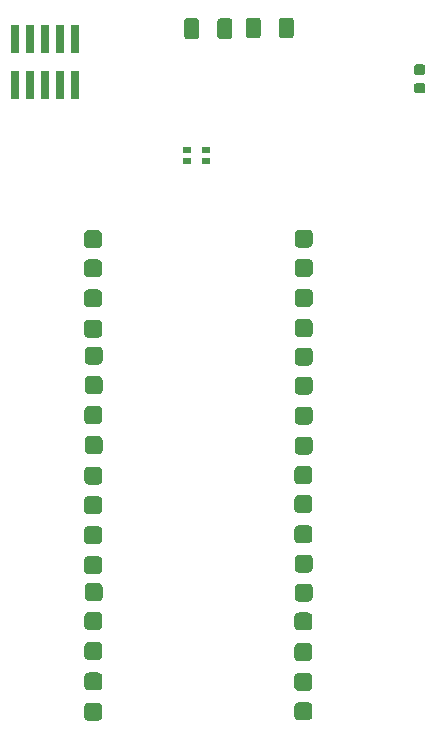
<source format=gbr>
G04 #@! TF.GenerationSoftware,KiCad,Pcbnew,(5.1.5-rc2)*
G04 #@! TF.CreationDate,2020-01-23T16:56:21-08:00*
G04 #@! TF.ProjectId,fpgb,66706762-2e6b-4696-9361-645f70636258,0.1*
G04 #@! TF.SameCoordinates,Original*
G04 #@! TF.FileFunction,Paste,Top*
G04 #@! TF.FilePolarity,Positive*
%FSLAX46Y46*%
G04 Gerber Fmt 4.6, Leading zero omitted, Abs format (unit mm)*
G04 Created by KiCad (PCBNEW (5.1.5-rc2)) date 2020-01-23 16:56:21*
%MOMM*%
%LPD*%
G04 APERTURE LIST*
%ADD10R,0.800000X0.500000*%
%ADD11C,0.100000*%
%ADD12R,0.740000X2.400000*%
G04 APERTURE END LIST*
D10*
X118059200Y-58806500D03*
X118072000Y-57906500D03*
X119672000Y-58806500D03*
X119672000Y-57906500D03*
D11*
G36*
X128358145Y-104649835D02*
G01*
X128395129Y-104655321D01*
X128431398Y-104664406D01*
X128466602Y-104677002D01*
X128500402Y-104692988D01*
X128532472Y-104712210D01*
X128562504Y-104734483D01*
X128590208Y-104759592D01*
X128615317Y-104787296D01*
X128637590Y-104817328D01*
X128656812Y-104849398D01*
X128672798Y-104883198D01*
X128685394Y-104918402D01*
X128694479Y-104954671D01*
X128699965Y-104991655D01*
X128701800Y-105029000D01*
X128701800Y-105791000D01*
X128699965Y-105828345D01*
X128694479Y-105865329D01*
X128685394Y-105901598D01*
X128672798Y-105936802D01*
X128656812Y-105970602D01*
X128637590Y-106002672D01*
X128615317Y-106032704D01*
X128590208Y-106060408D01*
X128562504Y-106085517D01*
X128532472Y-106107790D01*
X128500402Y-106127012D01*
X128466602Y-106142998D01*
X128431398Y-106155594D01*
X128395129Y-106164679D01*
X128358145Y-106170165D01*
X128320800Y-106172000D01*
X127558800Y-106172000D01*
X127521455Y-106170165D01*
X127484471Y-106164679D01*
X127448202Y-106155594D01*
X127412998Y-106142998D01*
X127379198Y-106127012D01*
X127347128Y-106107790D01*
X127317096Y-106085517D01*
X127289392Y-106060408D01*
X127264283Y-106032704D01*
X127242010Y-106002672D01*
X127222788Y-105970602D01*
X127206802Y-105936802D01*
X127194206Y-105901598D01*
X127185121Y-105865329D01*
X127179635Y-105828345D01*
X127177800Y-105791000D01*
X127177800Y-105029000D01*
X127179635Y-104991655D01*
X127185121Y-104954671D01*
X127194206Y-104918402D01*
X127206802Y-104883198D01*
X127222788Y-104849398D01*
X127242010Y-104817328D01*
X127264283Y-104787296D01*
X127289392Y-104759592D01*
X127317096Y-104734483D01*
X127347128Y-104712210D01*
X127379198Y-104692988D01*
X127412998Y-104677002D01*
X127448202Y-104664406D01*
X127484471Y-104655321D01*
X127521455Y-104649835D01*
X127558800Y-104648000D01*
X128320800Y-104648000D01*
X128358145Y-104649835D01*
G37*
G36*
X128358145Y-102160635D02*
G01*
X128395129Y-102166121D01*
X128431398Y-102175206D01*
X128466602Y-102187802D01*
X128500402Y-102203788D01*
X128532472Y-102223010D01*
X128562504Y-102245283D01*
X128590208Y-102270392D01*
X128615317Y-102298096D01*
X128637590Y-102328128D01*
X128656812Y-102360198D01*
X128672798Y-102393998D01*
X128685394Y-102429202D01*
X128694479Y-102465471D01*
X128699965Y-102502455D01*
X128701800Y-102539800D01*
X128701800Y-103301800D01*
X128699965Y-103339145D01*
X128694479Y-103376129D01*
X128685394Y-103412398D01*
X128672798Y-103447602D01*
X128656812Y-103481402D01*
X128637590Y-103513472D01*
X128615317Y-103543504D01*
X128590208Y-103571208D01*
X128562504Y-103596317D01*
X128532472Y-103618590D01*
X128500402Y-103637812D01*
X128466602Y-103653798D01*
X128431398Y-103666394D01*
X128395129Y-103675479D01*
X128358145Y-103680965D01*
X128320800Y-103682800D01*
X127558800Y-103682800D01*
X127521455Y-103680965D01*
X127484471Y-103675479D01*
X127448202Y-103666394D01*
X127412998Y-103653798D01*
X127379198Y-103637812D01*
X127347128Y-103618590D01*
X127317096Y-103596317D01*
X127289392Y-103571208D01*
X127264283Y-103543504D01*
X127242010Y-103513472D01*
X127222788Y-103481402D01*
X127206802Y-103447602D01*
X127194206Y-103412398D01*
X127185121Y-103376129D01*
X127179635Y-103339145D01*
X127177800Y-103301800D01*
X127177800Y-102539800D01*
X127179635Y-102502455D01*
X127185121Y-102465471D01*
X127194206Y-102429202D01*
X127206802Y-102393998D01*
X127222788Y-102360198D01*
X127242010Y-102328128D01*
X127264283Y-102298096D01*
X127289392Y-102270392D01*
X127317096Y-102245283D01*
X127347128Y-102223010D01*
X127379198Y-102203788D01*
X127412998Y-102187802D01*
X127448202Y-102175206D01*
X127484471Y-102166121D01*
X127521455Y-102160635D01*
X127558800Y-102158800D01*
X128320800Y-102158800D01*
X128358145Y-102160635D01*
G37*
G36*
X128358145Y-99646035D02*
G01*
X128395129Y-99651521D01*
X128431398Y-99660606D01*
X128466602Y-99673202D01*
X128500402Y-99689188D01*
X128532472Y-99708410D01*
X128562504Y-99730683D01*
X128590208Y-99755792D01*
X128615317Y-99783496D01*
X128637590Y-99813528D01*
X128656812Y-99845598D01*
X128672798Y-99879398D01*
X128685394Y-99914602D01*
X128694479Y-99950871D01*
X128699965Y-99987855D01*
X128701800Y-100025200D01*
X128701800Y-100787200D01*
X128699965Y-100824545D01*
X128694479Y-100861529D01*
X128685394Y-100897798D01*
X128672798Y-100933002D01*
X128656812Y-100966802D01*
X128637590Y-100998872D01*
X128615317Y-101028904D01*
X128590208Y-101056608D01*
X128562504Y-101081717D01*
X128532472Y-101103990D01*
X128500402Y-101123212D01*
X128466602Y-101139198D01*
X128431398Y-101151794D01*
X128395129Y-101160879D01*
X128358145Y-101166365D01*
X128320800Y-101168200D01*
X127558800Y-101168200D01*
X127521455Y-101166365D01*
X127484471Y-101160879D01*
X127448202Y-101151794D01*
X127412998Y-101139198D01*
X127379198Y-101123212D01*
X127347128Y-101103990D01*
X127317096Y-101081717D01*
X127289392Y-101056608D01*
X127264283Y-101028904D01*
X127242010Y-100998872D01*
X127222788Y-100966802D01*
X127206802Y-100933002D01*
X127194206Y-100897798D01*
X127185121Y-100861529D01*
X127179635Y-100824545D01*
X127177800Y-100787200D01*
X127177800Y-100025200D01*
X127179635Y-99987855D01*
X127185121Y-99950871D01*
X127194206Y-99914602D01*
X127206802Y-99879398D01*
X127222788Y-99845598D01*
X127242010Y-99813528D01*
X127264283Y-99783496D01*
X127289392Y-99755792D01*
X127317096Y-99730683D01*
X127347128Y-99708410D01*
X127379198Y-99689188D01*
X127412998Y-99673202D01*
X127448202Y-99660606D01*
X127484471Y-99651521D01*
X127521455Y-99646035D01*
X127558800Y-99644200D01*
X128320800Y-99644200D01*
X128358145Y-99646035D01*
G37*
G36*
X128358145Y-97055235D02*
G01*
X128395129Y-97060721D01*
X128431398Y-97069806D01*
X128466602Y-97082402D01*
X128500402Y-97098388D01*
X128532472Y-97117610D01*
X128562504Y-97139883D01*
X128590208Y-97164992D01*
X128615317Y-97192696D01*
X128637590Y-97222728D01*
X128656812Y-97254798D01*
X128672798Y-97288598D01*
X128685394Y-97323802D01*
X128694479Y-97360071D01*
X128699965Y-97397055D01*
X128701800Y-97434400D01*
X128701800Y-98196400D01*
X128699965Y-98233745D01*
X128694479Y-98270729D01*
X128685394Y-98306998D01*
X128672798Y-98342202D01*
X128656812Y-98376002D01*
X128637590Y-98408072D01*
X128615317Y-98438104D01*
X128590208Y-98465808D01*
X128562504Y-98490917D01*
X128532472Y-98513190D01*
X128500402Y-98532412D01*
X128466602Y-98548398D01*
X128431398Y-98560994D01*
X128395129Y-98570079D01*
X128358145Y-98575565D01*
X128320800Y-98577400D01*
X127558800Y-98577400D01*
X127521455Y-98575565D01*
X127484471Y-98570079D01*
X127448202Y-98560994D01*
X127412998Y-98548398D01*
X127379198Y-98532412D01*
X127347128Y-98513190D01*
X127317096Y-98490917D01*
X127289392Y-98465808D01*
X127264283Y-98438104D01*
X127242010Y-98408072D01*
X127222788Y-98376002D01*
X127206802Y-98342202D01*
X127194206Y-98306998D01*
X127185121Y-98270729D01*
X127179635Y-98233745D01*
X127177800Y-98196400D01*
X127177800Y-97434400D01*
X127179635Y-97397055D01*
X127185121Y-97360071D01*
X127194206Y-97323802D01*
X127206802Y-97288598D01*
X127222788Y-97254798D01*
X127242010Y-97222728D01*
X127264283Y-97192696D01*
X127289392Y-97164992D01*
X127317096Y-97139883D01*
X127347128Y-97117610D01*
X127379198Y-97098388D01*
X127412998Y-97082402D01*
X127448202Y-97069806D01*
X127484471Y-97060721D01*
X127521455Y-97055235D01*
X127558800Y-97053400D01*
X128320800Y-97053400D01*
X128358145Y-97055235D01*
G37*
G36*
X128383545Y-94616835D02*
G01*
X128420529Y-94622321D01*
X128456798Y-94631406D01*
X128492002Y-94644002D01*
X128525802Y-94659988D01*
X128557872Y-94679210D01*
X128587904Y-94701483D01*
X128615608Y-94726592D01*
X128640717Y-94754296D01*
X128662990Y-94784328D01*
X128682212Y-94816398D01*
X128698198Y-94850198D01*
X128710794Y-94885402D01*
X128719879Y-94921671D01*
X128725365Y-94958655D01*
X128727200Y-94996000D01*
X128727200Y-95758000D01*
X128725365Y-95795345D01*
X128719879Y-95832329D01*
X128710794Y-95868598D01*
X128698198Y-95903802D01*
X128682212Y-95937602D01*
X128662990Y-95969672D01*
X128640717Y-95999704D01*
X128615608Y-96027408D01*
X128587904Y-96052517D01*
X128557872Y-96074790D01*
X128525802Y-96094012D01*
X128492002Y-96109998D01*
X128456798Y-96122594D01*
X128420529Y-96131679D01*
X128383545Y-96137165D01*
X128346200Y-96139000D01*
X127584200Y-96139000D01*
X127546855Y-96137165D01*
X127509871Y-96131679D01*
X127473602Y-96122594D01*
X127438398Y-96109998D01*
X127404598Y-96094012D01*
X127372528Y-96074790D01*
X127342496Y-96052517D01*
X127314792Y-96027408D01*
X127289683Y-95999704D01*
X127267410Y-95969672D01*
X127248188Y-95937602D01*
X127232202Y-95903802D01*
X127219606Y-95868598D01*
X127210521Y-95832329D01*
X127205035Y-95795345D01*
X127203200Y-95758000D01*
X127203200Y-94996000D01*
X127205035Y-94958655D01*
X127210521Y-94921671D01*
X127219606Y-94885402D01*
X127232202Y-94850198D01*
X127248188Y-94816398D01*
X127267410Y-94784328D01*
X127289683Y-94754296D01*
X127314792Y-94726592D01*
X127342496Y-94701483D01*
X127372528Y-94679210D01*
X127404598Y-94659988D01*
X127438398Y-94644002D01*
X127473602Y-94631406D01*
X127509871Y-94622321D01*
X127546855Y-94616835D01*
X127584200Y-94615000D01*
X128346200Y-94615000D01*
X128383545Y-94616835D01*
G37*
G36*
X128383545Y-92153035D02*
G01*
X128420529Y-92158521D01*
X128456798Y-92167606D01*
X128492002Y-92180202D01*
X128525802Y-92196188D01*
X128557872Y-92215410D01*
X128587904Y-92237683D01*
X128615608Y-92262792D01*
X128640717Y-92290496D01*
X128662990Y-92320528D01*
X128682212Y-92352598D01*
X128698198Y-92386398D01*
X128710794Y-92421602D01*
X128719879Y-92457871D01*
X128725365Y-92494855D01*
X128727200Y-92532200D01*
X128727200Y-93294200D01*
X128725365Y-93331545D01*
X128719879Y-93368529D01*
X128710794Y-93404798D01*
X128698198Y-93440002D01*
X128682212Y-93473802D01*
X128662990Y-93505872D01*
X128640717Y-93535904D01*
X128615608Y-93563608D01*
X128587904Y-93588717D01*
X128557872Y-93610990D01*
X128525802Y-93630212D01*
X128492002Y-93646198D01*
X128456798Y-93658794D01*
X128420529Y-93667879D01*
X128383545Y-93673365D01*
X128346200Y-93675200D01*
X127584200Y-93675200D01*
X127546855Y-93673365D01*
X127509871Y-93667879D01*
X127473602Y-93658794D01*
X127438398Y-93646198D01*
X127404598Y-93630212D01*
X127372528Y-93610990D01*
X127342496Y-93588717D01*
X127314792Y-93563608D01*
X127289683Y-93535904D01*
X127267410Y-93505872D01*
X127248188Y-93473802D01*
X127232202Y-93440002D01*
X127219606Y-93404798D01*
X127210521Y-93368529D01*
X127205035Y-93331545D01*
X127203200Y-93294200D01*
X127203200Y-92532200D01*
X127205035Y-92494855D01*
X127210521Y-92457871D01*
X127219606Y-92421602D01*
X127232202Y-92386398D01*
X127248188Y-92352598D01*
X127267410Y-92320528D01*
X127289683Y-92290496D01*
X127314792Y-92262792D01*
X127342496Y-92237683D01*
X127372528Y-92215410D01*
X127404598Y-92196188D01*
X127438398Y-92180202D01*
X127473602Y-92167606D01*
X127509871Y-92158521D01*
X127546855Y-92153035D01*
X127584200Y-92151200D01*
X128346200Y-92151200D01*
X128383545Y-92153035D01*
G37*
G36*
X128358145Y-89663835D02*
G01*
X128395129Y-89669321D01*
X128431398Y-89678406D01*
X128466602Y-89691002D01*
X128500402Y-89706988D01*
X128532472Y-89726210D01*
X128562504Y-89748483D01*
X128590208Y-89773592D01*
X128615317Y-89801296D01*
X128637590Y-89831328D01*
X128656812Y-89863398D01*
X128672798Y-89897198D01*
X128685394Y-89932402D01*
X128694479Y-89968671D01*
X128699965Y-90005655D01*
X128701800Y-90043000D01*
X128701800Y-90805000D01*
X128699965Y-90842345D01*
X128694479Y-90879329D01*
X128685394Y-90915598D01*
X128672798Y-90950802D01*
X128656812Y-90984602D01*
X128637590Y-91016672D01*
X128615317Y-91046704D01*
X128590208Y-91074408D01*
X128562504Y-91099517D01*
X128532472Y-91121790D01*
X128500402Y-91141012D01*
X128466602Y-91156998D01*
X128431398Y-91169594D01*
X128395129Y-91178679D01*
X128358145Y-91184165D01*
X128320800Y-91186000D01*
X127558800Y-91186000D01*
X127521455Y-91184165D01*
X127484471Y-91178679D01*
X127448202Y-91169594D01*
X127412998Y-91156998D01*
X127379198Y-91141012D01*
X127347128Y-91121790D01*
X127317096Y-91099517D01*
X127289392Y-91074408D01*
X127264283Y-91046704D01*
X127242010Y-91016672D01*
X127222788Y-90984602D01*
X127206802Y-90950802D01*
X127194206Y-90915598D01*
X127185121Y-90879329D01*
X127179635Y-90842345D01*
X127177800Y-90805000D01*
X127177800Y-90043000D01*
X127179635Y-90005655D01*
X127185121Y-89968671D01*
X127194206Y-89932402D01*
X127206802Y-89897198D01*
X127222788Y-89863398D01*
X127242010Y-89831328D01*
X127264283Y-89801296D01*
X127289392Y-89773592D01*
X127317096Y-89748483D01*
X127347128Y-89726210D01*
X127379198Y-89706988D01*
X127412998Y-89691002D01*
X127448202Y-89678406D01*
X127484471Y-89669321D01*
X127521455Y-89663835D01*
X127558800Y-89662000D01*
X128320800Y-89662000D01*
X128358145Y-89663835D01*
G37*
G36*
X128358145Y-87098435D02*
G01*
X128395129Y-87103921D01*
X128431398Y-87113006D01*
X128466602Y-87125602D01*
X128500402Y-87141588D01*
X128532472Y-87160810D01*
X128562504Y-87183083D01*
X128590208Y-87208192D01*
X128615317Y-87235896D01*
X128637590Y-87265928D01*
X128656812Y-87297998D01*
X128672798Y-87331798D01*
X128685394Y-87367002D01*
X128694479Y-87403271D01*
X128699965Y-87440255D01*
X128701800Y-87477600D01*
X128701800Y-88239600D01*
X128699965Y-88276945D01*
X128694479Y-88313929D01*
X128685394Y-88350198D01*
X128672798Y-88385402D01*
X128656812Y-88419202D01*
X128637590Y-88451272D01*
X128615317Y-88481304D01*
X128590208Y-88509008D01*
X128562504Y-88534117D01*
X128532472Y-88556390D01*
X128500402Y-88575612D01*
X128466602Y-88591598D01*
X128431398Y-88604194D01*
X128395129Y-88613279D01*
X128358145Y-88618765D01*
X128320800Y-88620600D01*
X127558800Y-88620600D01*
X127521455Y-88618765D01*
X127484471Y-88613279D01*
X127448202Y-88604194D01*
X127412998Y-88591598D01*
X127379198Y-88575612D01*
X127347128Y-88556390D01*
X127317096Y-88534117D01*
X127289392Y-88509008D01*
X127264283Y-88481304D01*
X127242010Y-88451272D01*
X127222788Y-88419202D01*
X127206802Y-88385402D01*
X127194206Y-88350198D01*
X127185121Y-88313929D01*
X127179635Y-88276945D01*
X127177800Y-88239600D01*
X127177800Y-87477600D01*
X127179635Y-87440255D01*
X127185121Y-87403271D01*
X127194206Y-87367002D01*
X127206802Y-87331798D01*
X127222788Y-87297998D01*
X127242010Y-87265928D01*
X127264283Y-87235896D01*
X127289392Y-87208192D01*
X127317096Y-87183083D01*
X127347128Y-87160810D01*
X127379198Y-87141588D01*
X127412998Y-87125602D01*
X127448202Y-87113006D01*
X127484471Y-87103921D01*
X127521455Y-87098435D01*
X127558800Y-87096600D01*
X128320800Y-87096600D01*
X128358145Y-87098435D01*
G37*
G36*
X128358145Y-84660035D02*
G01*
X128395129Y-84665521D01*
X128431398Y-84674606D01*
X128466602Y-84687202D01*
X128500402Y-84703188D01*
X128532472Y-84722410D01*
X128562504Y-84744683D01*
X128590208Y-84769792D01*
X128615317Y-84797496D01*
X128637590Y-84827528D01*
X128656812Y-84859598D01*
X128672798Y-84893398D01*
X128685394Y-84928602D01*
X128694479Y-84964871D01*
X128699965Y-85001855D01*
X128701800Y-85039200D01*
X128701800Y-85801200D01*
X128699965Y-85838545D01*
X128694479Y-85875529D01*
X128685394Y-85911798D01*
X128672798Y-85947002D01*
X128656812Y-85980802D01*
X128637590Y-86012872D01*
X128615317Y-86042904D01*
X128590208Y-86070608D01*
X128562504Y-86095717D01*
X128532472Y-86117990D01*
X128500402Y-86137212D01*
X128466602Y-86153198D01*
X128431398Y-86165794D01*
X128395129Y-86174879D01*
X128358145Y-86180365D01*
X128320800Y-86182200D01*
X127558800Y-86182200D01*
X127521455Y-86180365D01*
X127484471Y-86174879D01*
X127448202Y-86165794D01*
X127412998Y-86153198D01*
X127379198Y-86137212D01*
X127347128Y-86117990D01*
X127317096Y-86095717D01*
X127289392Y-86070608D01*
X127264283Y-86042904D01*
X127242010Y-86012872D01*
X127222788Y-85980802D01*
X127206802Y-85947002D01*
X127194206Y-85911798D01*
X127185121Y-85875529D01*
X127179635Y-85838545D01*
X127177800Y-85801200D01*
X127177800Y-85039200D01*
X127179635Y-85001855D01*
X127185121Y-84964871D01*
X127194206Y-84928602D01*
X127206802Y-84893398D01*
X127222788Y-84859598D01*
X127242010Y-84827528D01*
X127264283Y-84797496D01*
X127289392Y-84769792D01*
X127317096Y-84744683D01*
X127347128Y-84722410D01*
X127379198Y-84703188D01*
X127412998Y-84687202D01*
X127448202Y-84674606D01*
X127484471Y-84665521D01*
X127521455Y-84660035D01*
X127558800Y-84658200D01*
X128320800Y-84658200D01*
X128358145Y-84660035D01*
G37*
G36*
X128383545Y-82170835D02*
G01*
X128420529Y-82176321D01*
X128456798Y-82185406D01*
X128492002Y-82198002D01*
X128525802Y-82213988D01*
X128557872Y-82233210D01*
X128587904Y-82255483D01*
X128615608Y-82280592D01*
X128640717Y-82308296D01*
X128662990Y-82338328D01*
X128682212Y-82370398D01*
X128698198Y-82404198D01*
X128710794Y-82439402D01*
X128719879Y-82475671D01*
X128725365Y-82512655D01*
X128727200Y-82550000D01*
X128727200Y-83312000D01*
X128725365Y-83349345D01*
X128719879Y-83386329D01*
X128710794Y-83422598D01*
X128698198Y-83457802D01*
X128682212Y-83491602D01*
X128662990Y-83523672D01*
X128640717Y-83553704D01*
X128615608Y-83581408D01*
X128587904Y-83606517D01*
X128557872Y-83628790D01*
X128525802Y-83648012D01*
X128492002Y-83663998D01*
X128456798Y-83676594D01*
X128420529Y-83685679D01*
X128383545Y-83691165D01*
X128346200Y-83693000D01*
X127584200Y-83693000D01*
X127546855Y-83691165D01*
X127509871Y-83685679D01*
X127473602Y-83676594D01*
X127438398Y-83663998D01*
X127404598Y-83648012D01*
X127372528Y-83628790D01*
X127342496Y-83606517D01*
X127314792Y-83581408D01*
X127289683Y-83553704D01*
X127267410Y-83523672D01*
X127248188Y-83491602D01*
X127232202Y-83457802D01*
X127219606Y-83422598D01*
X127210521Y-83386329D01*
X127205035Y-83349345D01*
X127203200Y-83312000D01*
X127203200Y-82550000D01*
X127205035Y-82512655D01*
X127210521Y-82475671D01*
X127219606Y-82439402D01*
X127232202Y-82404198D01*
X127248188Y-82370398D01*
X127267410Y-82338328D01*
X127289683Y-82308296D01*
X127314792Y-82280592D01*
X127342496Y-82255483D01*
X127372528Y-82233210D01*
X127404598Y-82213988D01*
X127438398Y-82198002D01*
X127473602Y-82185406D01*
X127509871Y-82176321D01*
X127546855Y-82170835D01*
X127584200Y-82169000D01*
X128346200Y-82169000D01*
X128383545Y-82170835D01*
G37*
G36*
X128383545Y-79630835D02*
G01*
X128420529Y-79636321D01*
X128456798Y-79645406D01*
X128492002Y-79658002D01*
X128525802Y-79673988D01*
X128557872Y-79693210D01*
X128587904Y-79715483D01*
X128615608Y-79740592D01*
X128640717Y-79768296D01*
X128662990Y-79798328D01*
X128682212Y-79830398D01*
X128698198Y-79864198D01*
X128710794Y-79899402D01*
X128719879Y-79935671D01*
X128725365Y-79972655D01*
X128727200Y-80010000D01*
X128727200Y-80772000D01*
X128725365Y-80809345D01*
X128719879Y-80846329D01*
X128710794Y-80882598D01*
X128698198Y-80917802D01*
X128682212Y-80951602D01*
X128662990Y-80983672D01*
X128640717Y-81013704D01*
X128615608Y-81041408D01*
X128587904Y-81066517D01*
X128557872Y-81088790D01*
X128525802Y-81108012D01*
X128492002Y-81123998D01*
X128456798Y-81136594D01*
X128420529Y-81145679D01*
X128383545Y-81151165D01*
X128346200Y-81153000D01*
X127584200Y-81153000D01*
X127546855Y-81151165D01*
X127509871Y-81145679D01*
X127473602Y-81136594D01*
X127438398Y-81123998D01*
X127404598Y-81108012D01*
X127372528Y-81088790D01*
X127342496Y-81066517D01*
X127314792Y-81041408D01*
X127289683Y-81013704D01*
X127267410Y-80983672D01*
X127248188Y-80951602D01*
X127232202Y-80917802D01*
X127219606Y-80882598D01*
X127210521Y-80846329D01*
X127205035Y-80809345D01*
X127203200Y-80772000D01*
X127203200Y-80010000D01*
X127205035Y-79972655D01*
X127210521Y-79935671D01*
X127219606Y-79899402D01*
X127232202Y-79864198D01*
X127248188Y-79830398D01*
X127267410Y-79798328D01*
X127289683Y-79768296D01*
X127314792Y-79740592D01*
X127342496Y-79715483D01*
X127372528Y-79693210D01*
X127404598Y-79673988D01*
X127438398Y-79658002D01*
X127473602Y-79645406D01*
X127509871Y-79636321D01*
X127546855Y-79630835D01*
X127584200Y-79629000D01*
X128346200Y-79629000D01*
X128383545Y-79630835D01*
G37*
G36*
X128383545Y-77090835D02*
G01*
X128420529Y-77096321D01*
X128456798Y-77105406D01*
X128492002Y-77118002D01*
X128525802Y-77133988D01*
X128557872Y-77153210D01*
X128587904Y-77175483D01*
X128615608Y-77200592D01*
X128640717Y-77228296D01*
X128662990Y-77258328D01*
X128682212Y-77290398D01*
X128698198Y-77324198D01*
X128710794Y-77359402D01*
X128719879Y-77395671D01*
X128725365Y-77432655D01*
X128727200Y-77470000D01*
X128727200Y-78232000D01*
X128725365Y-78269345D01*
X128719879Y-78306329D01*
X128710794Y-78342598D01*
X128698198Y-78377802D01*
X128682212Y-78411602D01*
X128662990Y-78443672D01*
X128640717Y-78473704D01*
X128615608Y-78501408D01*
X128587904Y-78526517D01*
X128557872Y-78548790D01*
X128525802Y-78568012D01*
X128492002Y-78583998D01*
X128456798Y-78596594D01*
X128420529Y-78605679D01*
X128383545Y-78611165D01*
X128346200Y-78613000D01*
X127584200Y-78613000D01*
X127546855Y-78611165D01*
X127509871Y-78605679D01*
X127473602Y-78596594D01*
X127438398Y-78583998D01*
X127404598Y-78568012D01*
X127372528Y-78548790D01*
X127342496Y-78526517D01*
X127314792Y-78501408D01*
X127289683Y-78473704D01*
X127267410Y-78443672D01*
X127248188Y-78411602D01*
X127232202Y-78377802D01*
X127219606Y-78342598D01*
X127210521Y-78306329D01*
X127205035Y-78269345D01*
X127203200Y-78232000D01*
X127203200Y-77470000D01*
X127205035Y-77432655D01*
X127210521Y-77395671D01*
X127219606Y-77359402D01*
X127232202Y-77324198D01*
X127248188Y-77290398D01*
X127267410Y-77258328D01*
X127289683Y-77228296D01*
X127314792Y-77200592D01*
X127342496Y-77175483D01*
X127372528Y-77153210D01*
X127404598Y-77133988D01*
X127438398Y-77118002D01*
X127473602Y-77105406D01*
X127509871Y-77096321D01*
X127546855Y-77090835D01*
X127584200Y-77089000D01*
X128346200Y-77089000D01*
X128383545Y-77090835D01*
G37*
G36*
X128383545Y-74627035D02*
G01*
X128420529Y-74632521D01*
X128456798Y-74641606D01*
X128492002Y-74654202D01*
X128525802Y-74670188D01*
X128557872Y-74689410D01*
X128587904Y-74711683D01*
X128615608Y-74736792D01*
X128640717Y-74764496D01*
X128662990Y-74794528D01*
X128682212Y-74826598D01*
X128698198Y-74860398D01*
X128710794Y-74895602D01*
X128719879Y-74931871D01*
X128725365Y-74968855D01*
X128727200Y-75006200D01*
X128727200Y-75768200D01*
X128725365Y-75805545D01*
X128719879Y-75842529D01*
X128710794Y-75878798D01*
X128698198Y-75914002D01*
X128682212Y-75947802D01*
X128662990Y-75979872D01*
X128640717Y-76009904D01*
X128615608Y-76037608D01*
X128587904Y-76062717D01*
X128557872Y-76084990D01*
X128525802Y-76104212D01*
X128492002Y-76120198D01*
X128456798Y-76132794D01*
X128420529Y-76141879D01*
X128383545Y-76147365D01*
X128346200Y-76149200D01*
X127584200Y-76149200D01*
X127546855Y-76147365D01*
X127509871Y-76141879D01*
X127473602Y-76132794D01*
X127438398Y-76120198D01*
X127404598Y-76104212D01*
X127372528Y-76084990D01*
X127342496Y-76062717D01*
X127314792Y-76037608D01*
X127289683Y-76009904D01*
X127267410Y-75979872D01*
X127248188Y-75947802D01*
X127232202Y-75914002D01*
X127219606Y-75878798D01*
X127210521Y-75842529D01*
X127205035Y-75805545D01*
X127203200Y-75768200D01*
X127203200Y-75006200D01*
X127205035Y-74968855D01*
X127210521Y-74931871D01*
X127219606Y-74895602D01*
X127232202Y-74860398D01*
X127248188Y-74826598D01*
X127267410Y-74794528D01*
X127289683Y-74764496D01*
X127314792Y-74736792D01*
X127342496Y-74711683D01*
X127372528Y-74689410D01*
X127404598Y-74670188D01*
X127438398Y-74654202D01*
X127473602Y-74641606D01*
X127509871Y-74632521D01*
X127546855Y-74627035D01*
X127584200Y-74625200D01*
X128346200Y-74625200D01*
X128383545Y-74627035D01*
G37*
G36*
X128383545Y-72214035D02*
G01*
X128420529Y-72219521D01*
X128456798Y-72228606D01*
X128492002Y-72241202D01*
X128525802Y-72257188D01*
X128557872Y-72276410D01*
X128587904Y-72298683D01*
X128615608Y-72323792D01*
X128640717Y-72351496D01*
X128662990Y-72381528D01*
X128682212Y-72413598D01*
X128698198Y-72447398D01*
X128710794Y-72482602D01*
X128719879Y-72518871D01*
X128725365Y-72555855D01*
X128727200Y-72593200D01*
X128727200Y-73355200D01*
X128725365Y-73392545D01*
X128719879Y-73429529D01*
X128710794Y-73465798D01*
X128698198Y-73501002D01*
X128682212Y-73534802D01*
X128662990Y-73566872D01*
X128640717Y-73596904D01*
X128615608Y-73624608D01*
X128587904Y-73649717D01*
X128557872Y-73671990D01*
X128525802Y-73691212D01*
X128492002Y-73707198D01*
X128456798Y-73719794D01*
X128420529Y-73728879D01*
X128383545Y-73734365D01*
X128346200Y-73736200D01*
X127584200Y-73736200D01*
X127546855Y-73734365D01*
X127509871Y-73728879D01*
X127473602Y-73719794D01*
X127438398Y-73707198D01*
X127404598Y-73691212D01*
X127372528Y-73671990D01*
X127342496Y-73649717D01*
X127314792Y-73624608D01*
X127289683Y-73596904D01*
X127267410Y-73566872D01*
X127248188Y-73534802D01*
X127232202Y-73501002D01*
X127219606Y-73465798D01*
X127210521Y-73429529D01*
X127205035Y-73392545D01*
X127203200Y-73355200D01*
X127203200Y-72593200D01*
X127205035Y-72555855D01*
X127210521Y-72518871D01*
X127219606Y-72482602D01*
X127232202Y-72447398D01*
X127248188Y-72413598D01*
X127267410Y-72381528D01*
X127289683Y-72351496D01*
X127314792Y-72323792D01*
X127342496Y-72298683D01*
X127372528Y-72276410D01*
X127404598Y-72257188D01*
X127438398Y-72241202D01*
X127473602Y-72228606D01*
X127509871Y-72219521D01*
X127546855Y-72214035D01*
X127584200Y-72212200D01*
X128346200Y-72212200D01*
X128383545Y-72214035D01*
G37*
G36*
X128383545Y-69648635D02*
G01*
X128420529Y-69654121D01*
X128456798Y-69663206D01*
X128492002Y-69675802D01*
X128525802Y-69691788D01*
X128557872Y-69711010D01*
X128587904Y-69733283D01*
X128615608Y-69758392D01*
X128640717Y-69786096D01*
X128662990Y-69816128D01*
X128682212Y-69848198D01*
X128698198Y-69881998D01*
X128710794Y-69917202D01*
X128719879Y-69953471D01*
X128725365Y-69990455D01*
X128727200Y-70027800D01*
X128727200Y-70789800D01*
X128725365Y-70827145D01*
X128719879Y-70864129D01*
X128710794Y-70900398D01*
X128698198Y-70935602D01*
X128682212Y-70969402D01*
X128662990Y-71001472D01*
X128640717Y-71031504D01*
X128615608Y-71059208D01*
X128587904Y-71084317D01*
X128557872Y-71106590D01*
X128525802Y-71125812D01*
X128492002Y-71141798D01*
X128456798Y-71154394D01*
X128420529Y-71163479D01*
X128383545Y-71168965D01*
X128346200Y-71170800D01*
X127584200Y-71170800D01*
X127546855Y-71168965D01*
X127509871Y-71163479D01*
X127473602Y-71154394D01*
X127438398Y-71141798D01*
X127404598Y-71125812D01*
X127372528Y-71106590D01*
X127342496Y-71084317D01*
X127314792Y-71059208D01*
X127289683Y-71031504D01*
X127267410Y-71001472D01*
X127248188Y-70969402D01*
X127232202Y-70935602D01*
X127219606Y-70900398D01*
X127210521Y-70864129D01*
X127205035Y-70827145D01*
X127203200Y-70789800D01*
X127203200Y-70027800D01*
X127205035Y-69990455D01*
X127210521Y-69953471D01*
X127219606Y-69917202D01*
X127232202Y-69881998D01*
X127248188Y-69848198D01*
X127267410Y-69816128D01*
X127289683Y-69786096D01*
X127314792Y-69758392D01*
X127342496Y-69733283D01*
X127372528Y-69711010D01*
X127404598Y-69691788D01*
X127438398Y-69675802D01*
X127473602Y-69663206D01*
X127509871Y-69654121D01*
X127546855Y-69648635D01*
X127584200Y-69646800D01*
X128346200Y-69646800D01*
X128383545Y-69648635D01*
G37*
G36*
X128383545Y-67108635D02*
G01*
X128420529Y-67114121D01*
X128456798Y-67123206D01*
X128492002Y-67135802D01*
X128525802Y-67151788D01*
X128557872Y-67171010D01*
X128587904Y-67193283D01*
X128615608Y-67218392D01*
X128640717Y-67246096D01*
X128662990Y-67276128D01*
X128682212Y-67308198D01*
X128698198Y-67341998D01*
X128710794Y-67377202D01*
X128719879Y-67413471D01*
X128725365Y-67450455D01*
X128727200Y-67487800D01*
X128727200Y-68249800D01*
X128725365Y-68287145D01*
X128719879Y-68324129D01*
X128710794Y-68360398D01*
X128698198Y-68395602D01*
X128682212Y-68429402D01*
X128662990Y-68461472D01*
X128640717Y-68491504D01*
X128615608Y-68519208D01*
X128587904Y-68544317D01*
X128557872Y-68566590D01*
X128525802Y-68585812D01*
X128492002Y-68601798D01*
X128456798Y-68614394D01*
X128420529Y-68623479D01*
X128383545Y-68628965D01*
X128346200Y-68630800D01*
X127584200Y-68630800D01*
X127546855Y-68628965D01*
X127509871Y-68623479D01*
X127473602Y-68614394D01*
X127438398Y-68601798D01*
X127404598Y-68585812D01*
X127372528Y-68566590D01*
X127342496Y-68544317D01*
X127314792Y-68519208D01*
X127289683Y-68491504D01*
X127267410Y-68461472D01*
X127248188Y-68429402D01*
X127232202Y-68395602D01*
X127219606Y-68360398D01*
X127210521Y-68324129D01*
X127205035Y-68287145D01*
X127203200Y-68249800D01*
X127203200Y-67487800D01*
X127205035Y-67450455D01*
X127210521Y-67413471D01*
X127219606Y-67377202D01*
X127232202Y-67341998D01*
X127248188Y-67308198D01*
X127267410Y-67276128D01*
X127289683Y-67246096D01*
X127314792Y-67218392D01*
X127342496Y-67193283D01*
X127372528Y-67171010D01*
X127404598Y-67151788D01*
X127438398Y-67135802D01*
X127473602Y-67123206D01*
X127509871Y-67114121D01*
X127546855Y-67108635D01*
X127584200Y-67106800D01*
X128346200Y-67106800D01*
X128383545Y-67108635D01*
G37*
G36*
X128383545Y-64644835D02*
G01*
X128420529Y-64650321D01*
X128456798Y-64659406D01*
X128492002Y-64672002D01*
X128525802Y-64687988D01*
X128557872Y-64707210D01*
X128587904Y-64729483D01*
X128615608Y-64754592D01*
X128640717Y-64782296D01*
X128662990Y-64812328D01*
X128682212Y-64844398D01*
X128698198Y-64878198D01*
X128710794Y-64913402D01*
X128719879Y-64949671D01*
X128725365Y-64986655D01*
X128727200Y-65024000D01*
X128727200Y-65786000D01*
X128725365Y-65823345D01*
X128719879Y-65860329D01*
X128710794Y-65896598D01*
X128698198Y-65931802D01*
X128682212Y-65965602D01*
X128662990Y-65997672D01*
X128640717Y-66027704D01*
X128615608Y-66055408D01*
X128587904Y-66080517D01*
X128557872Y-66102790D01*
X128525802Y-66122012D01*
X128492002Y-66137998D01*
X128456798Y-66150594D01*
X128420529Y-66159679D01*
X128383545Y-66165165D01*
X128346200Y-66167000D01*
X127584200Y-66167000D01*
X127546855Y-66165165D01*
X127509871Y-66159679D01*
X127473602Y-66150594D01*
X127438398Y-66137998D01*
X127404598Y-66122012D01*
X127372528Y-66102790D01*
X127342496Y-66080517D01*
X127314792Y-66055408D01*
X127289683Y-66027704D01*
X127267410Y-65997672D01*
X127248188Y-65965602D01*
X127232202Y-65931802D01*
X127219606Y-65896598D01*
X127210521Y-65860329D01*
X127205035Y-65823345D01*
X127203200Y-65786000D01*
X127203200Y-65024000D01*
X127205035Y-64986655D01*
X127210521Y-64949671D01*
X127219606Y-64913402D01*
X127232202Y-64878198D01*
X127248188Y-64844398D01*
X127267410Y-64812328D01*
X127289683Y-64782296D01*
X127314792Y-64754592D01*
X127342496Y-64729483D01*
X127372528Y-64707210D01*
X127404598Y-64687988D01*
X127438398Y-64672002D01*
X127473602Y-64659406D01*
X127509871Y-64650321D01*
X127546855Y-64644835D01*
X127584200Y-64643000D01*
X128346200Y-64643000D01*
X128383545Y-64644835D01*
G37*
G36*
X110552745Y-104700635D02*
G01*
X110589729Y-104706121D01*
X110625998Y-104715206D01*
X110661202Y-104727802D01*
X110695002Y-104743788D01*
X110727072Y-104763010D01*
X110757104Y-104785283D01*
X110784808Y-104810392D01*
X110809917Y-104838096D01*
X110832190Y-104868128D01*
X110851412Y-104900198D01*
X110867398Y-104933998D01*
X110879994Y-104969202D01*
X110889079Y-105005471D01*
X110894565Y-105042455D01*
X110896400Y-105079800D01*
X110896400Y-105841800D01*
X110894565Y-105879145D01*
X110889079Y-105916129D01*
X110879994Y-105952398D01*
X110867398Y-105987602D01*
X110851412Y-106021402D01*
X110832190Y-106053472D01*
X110809917Y-106083504D01*
X110784808Y-106111208D01*
X110757104Y-106136317D01*
X110727072Y-106158590D01*
X110695002Y-106177812D01*
X110661202Y-106193798D01*
X110625998Y-106206394D01*
X110589729Y-106215479D01*
X110552745Y-106220965D01*
X110515400Y-106222800D01*
X109753400Y-106222800D01*
X109716055Y-106220965D01*
X109679071Y-106215479D01*
X109642802Y-106206394D01*
X109607598Y-106193798D01*
X109573798Y-106177812D01*
X109541728Y-106158590D01*
X109511696Y-106136317D01*
X109483992Y-106111208D01*
X109458883Y-106083504D01*
X109436610Y-106053472D01*
X109417388Y-106021402D01*
X109401402Y-105987602D01*
X109388806Y-105952398D01*
X109379721Y-105916129D01*
X109374235Y-105879145D01*
X109372400Y-105841800D01*
X109372400Y-105079800D01*
X109374235Y-105042455D01*
X109379721Y-105005471D01*
X109388806Y-104969202D01*
X109401402Y-104933998D01*
X109417388Y-104900198D01*
X109436610Y-104868128D01*
X109458883Y-104838096D01*
X109483992Y-104810392D01*
X109511696Y-104785283D01*
X109541728Y-104763010D01*
X109573798Y-104743788D01*
X109607598Y-104727802D01*
X109642802Y-104715206D01*
X109679071Y-104706121D01*
X109716055Y-104700635D01*
X109753400Y-104698800D01*
X110515400Y-104698800D01*
X110552745Y-104700635D01*
G37*
G36*
X110578145Y-102135235D02*
G01*
X110615129Y-102140721D01*
X110651398Y-102149806D01*
X110686602Y-102162402D01*
X110720402Y-102178388D01*
X110752472Y-102197610D01*
X110782504Y-102219883D01*
X110810208Y-102244992D01*
X110835317Y-102272696D01*
X110857590Y-102302728D01*
X110876812Y-102334798D01*
X110892798Y-102368598D01*
X110905394Y-102403802D01*
X110914479Y-102440071D01*
X110919965Y-102477055D01*
X110921800Y-102514400D01*
X110921800Y-103276400D01*
X110919965Y-103313745D01*
X110914479Y-103350729D01*
X110905394Y-103386998D01*
X110892798Y-103422202D01*
X110876812Y-103456002D01*
X110857590Y-103488072D01*
X110835317Y-103518104D01*
X110810208Y-103545808D01*
X110782504Y-103570917D01*
X110752472Y-103593190D01*
X110720402Y-103612412D01*
X110686602Y-103628398D01*
X110651398Y-103640994D01*
X110615129Y-103650079D01*
X110578145Y-103655565D01*
X110540800Y-103657400D01*
X109778800Y-103657400D01*
X109741455Y-103655565D01*
X109704471Y-103650079D01*
X109668202Y-103640994D01*
X109632998Y-103628398D01*
X109599198Y-103612412D01*
X109567128Y-103593190D01*
X109537096Y-103570917D01*
X109509392Y-103545808D01*
X109484283Y-103518104D01*
X109462010Y-103488072D01*
X109442788Y-103456002D01*
X109426802Y-103422202D01*
X109414206Y-103386998D01*
X109405121Y-103350729D01*
X109399635Y-103313745D01*
X109397800Y-103276400D01*
X109397800Y-102514400D01*
X109399635Y-102477055D01*
X109405121Y-102440071D01*
X109414206Y-102403802D01*
X109426802Y-102368598D01*
X109442788Y-102334798D01*
X109462010Y-102302728D01*
X109484283Y-102272696D01*
X109509392Y-102244992D01*
X109537096Y-102219883D01*
X109567128Y-102197610D01*
X109599198Y-102178388D01*
X109632998Y-102162402D01*
X109668202Y-102149806D01*
X109704471Y-102140721D01*
X109741455Y-102135235D01*
X109778800Y-102133400D01*
X110540800Y-102133400D01*
X110578145Y-102135235D01*
G37*
G36*
X110578145Y-99544435D02*
G01*
X110615129Y-99549921D01*
X110651398Y-99559006D01*
X110686602Y-99571602D01*
X110720402Y-99587588D01*
X110752472Y-99606810D01*
X110782504Y-99629083D01*
X110810208Y-99654192D01*
X110835317Y-99681896D01*
X110857590Y-99711928D01*
X110876812Y-99743998D01*
X110892798Y-99777798D01*
X110905394Y-99813002D01*
X110914479Y-99849271D01*
X110919965Y-99886255D01*
X110921800Y-99923600D01*
X110921800Y-100685600D01*
X110919965Y-100722945D01*
X110914479Y-100759929D01*
X110905394Y-100796198D01*
X110892798Y-100831402D01*
X110876812Y-100865202D01*
X110857590Y-100897272D01*
X110835317Y-100927304D01*
X110810208Y-100955008D01*
X110782504Y-100980117D01*
X110752472Y-101002390D01*
X110720402Y-101021612D01*
X110686602Y-101037598D01*
X110651398Y-101050194D01*
X110615129Y-101059279D01*
X110578145Y-101064765D01*
X110540800Y-101066600D01*
X109778800Y-101066600D01*
X109741455Y-101064765D01*
X109704471Y-101059279D01*
X109668202Y-101050194D01*
X109632998Y-101037598D01*
X109599198Y-101021612D01*
X109567128Y-101002390D01*
X109537096Y-100980117D01*
X109509392Y-100955008D01*
X109484283Y-100927304D01*
X109462010Y-100897272D01*
X109442788Y-100865202D01*
X109426802Y-100831402D01*
X109414206Y-100796198D01*
X109405121Y-100759929D01*
X109399635Y-100722945D01*
X109397800Y-100685600D01*
X109397800Y-99923600D01*
X109399635Y-99886255D01*
X109405121Y-99849271D01*
X109414206Y-99813002D01*
X109426802Y-99777798D01*
X109442788Y-99743998D01*
X109462010Y-99711928D01*
X109484283Y-99681896D01*
X109509392Y-99654192D01*
X109537096Y-99629083D01*
X109567128Y-99606810D01*
X109599198Y-99587588D01*
X109632998Y-99571602D01*
X109668202Y-99559006D01*
X109704471Y-99549921D01*
X109741455Y-99544435D01*
X109778800Y-99542600D01*
X110540800Y-99542600D01*
X110578145Y-99544435D01*
G37*
G36*
X110578145Y-97004435D02*
G01*
X110615129Y-97009921D01*
X110651398Y-97019006D01*
X110686602Y-97031602D01*
X110720402Y-97047588D01*
X110752472Y-97066810D01*
X110782504Y-97089083D01*
X110810208Y-97114192D01*
X110835317Y-97141896D01*
X110857590Y-97171928D01*
X110876812Y-97203998D01*
X110892798Y-97237798D01*
X110905394Y-97273002D01*
X110914479Y-97309271D01*
X110919965Y-97346255D01*
X110921800Y-97383600D01*
X110921800Y-98145600D01*
X110919965Y-98182945D01*
X110914479Y-98219929D01*
X110905394Y-98256198D01*
X110892798Y-98291402D01*
X110876812Y-98325202D01*
X110857590Y-98357272D01*
X110835317Y-98387304D01*
X110810208Y-98415008D01*
X110782504Y-98440117D01*
X110752472Y-98462390D01*
X110720402Y-98481612D01*
X110686602Y-98497598D01*
X110651398Y-98510194D01*
X110615129Y-98519279D01*
X110578145Y-98524765D01*
X110540800Y-98526600D01*
X109778800Y-98526600D01*
X109741455Y-98524765D01*
X109704471Y-98519279D01*
X109668202Y-98510194D01*
X109632998Y-98497598D01*
X109599198Y-98481612D01*
X109567128Y-98462390D01*
X109537096Y-98440117D01*
X109509392Y-98415008D01*
X109484283Y-98387304D01*
X109462010Y-98357272D01*
X109442788Y-98325202D01*
X109426802Y-98291402D01*
X109414206Y-98256198D01*
X109405121Y-98219929D01*
X109399635Y-98182945D01*
X109397800Y-98145600D01*
X109397800Y-97383600D01*
X109399635Y-97346255D01*
X109405121Y-97309271D01*
X109414206Y-97273002D01*
X109426802Y-97237798D01*
X109442788Y-97203998D01*
X109462010Y-97171928D01*
X109484283Y-97141896D01*
X109509392Y-97114192D01*
X109537096Y-97089083D01*
X109567128Y-97066810D01*
X109599198Y-97047588D01*
X109632998Y-97031602D01*
X109668202Y-97019006D01*
X109704471Y-97009921D01*
X109741455Y-97004435D01*
X109778800Y-97002600D01*
X110540800Y-97002600D01*
X110578145Y-97004435D01*
G37*
G36*
X110603545Y-94566035D02*
G01*
X110640529Y-94571521D01*
X110676798Y-94580606D01*
X110712002Y-94593202D01*
X110745802Y-94609188D01*
X110777872Y-94628410D01*
X110807904Y-94650683D01*
X110835608Y-94675792D01*
X110860717Y-94703496D01*
X110882990Y-94733528D01*
X110902212Y-94765598D01*
X110918198Y-94799398D01*
X110930794Y-94834602D01*
X110939879Y-94870871D01*
X110945365Y-94907855D01*
X110947200Y-94945200D01*
X110947200Y-95707200D01*
X110945365Y-95744545D01*
X110939879Y-95781529D01*
X110930794Y-95817798D01*
X110918198Y-95853002D01*
X110902212Y-95886802D01*
X110882990Y-95918872D01*
X110860717Y-95948904D01*
X110835608Y-95976608D01*
X110807904Y-96001717D01*
X110777872Y-96023990D01*
X110745802Y-96043212D01*
X110712002Y-96059198D01*
X110676798Y-96071794D01*
X110640529Y-96080879D01*
X110603545Y-96086365D01*
X110566200Y-96088200D01*
X109804200Y-96088200D01*
X109766855Y-96086365D01*
X109729871Y-96080879D01*
X109693602Y-96071794D01*
X109658398Y-96059198D01*
X109624598Y-96043212D01*
X109592528Y-96023990D01*
X109562496Y-96001717D01*
X109534792Y-95976608D01*
X109509683Y-95948904D01*
X109487410Y-95918872D01*
X109468188Y-95886802D01*
X109452202Y-95853002D01*
X109439606Y-95817798D01*
X109430521Y-95781529D01*
X109425035Y-95744545D01*
X109423200Y-95707200D01*
X109423200Y-94945200D01*
X109425035Y-94907855D01*
X109430521Y-94870871D01*
X109439606Y-94834602D01*
X109452202Y-94799398D01*
X109468188Y-94765598D01*
X109487410Y-94733528D01*
X109509683Y-94703496D01*
X109534792Y-94675792D01*
X109562496Y-94650683D01*
X109592528Y-94628410D01*
X109624598Y-94609188D01*
X109658398Y-94593202D01*
X109693602Y-94580606D01*
X109729871Y-94571521D01*
X109766855Y-94566035D01*
X109804200Y-94564200D01*
X110566200Y-94564200D01*
X110603545Y-94566035D01*
G37*
G36*
X110552745Y-92280035D02*
G01*
X110589729Y-92285521D01*
X110625998Y-92294606D01*
X110661202Y-92307202D01*
X110695002Y-92323188D01*
X110727072Y-92342410D01*
X110757104Y-92364683D01*
X110784808Y-92389792D01*
X110809917Y-92417496D01*
X110832190Y-92447528D01*
X110851412Y-92479598D01*
X110867398Y-92513398D01*
X110879994Y-92548602D01*
X110889079Y-92584871D01*
X110894565Y-92621855D01*
X110896400Y-92659200D01*
X110896400Y-93421200D01*
X110894565Y-93458545D01*
X110889079Y-93495529D01*
X110879994Y-93531798D01*
X110867398Y-93567002D01*
X110851412Y-93600802D01*
X110832190Y-93632872D01*
X110809917Y-93662904D01*
X110784808Y-93690608D01*
X110757104Y-93715717D01*
X110727072Y-93737990D01*
X110695002Y-93757212D01*
X110661202Y-93773198D01*
X110625998Y-93785794D01*
X110589729Y-93794879D01*
X110552745Y-93800365D01*
X110515400Y-93802200D01*
X109753400Y-93802200D01*
X109716055Y-93800365D01*
X109679071Y-93794879D01*
X109642802Y-93785794D01*
X109607598Y-93773198D01*
X109573798Y-93757212D01*
X109541728Y-93737990D01*
X109511696Y-93715717D01*
X109483992Y-93690608D01*
X109458883Y-93662904D01*
X109436610Y-93632872D01*
X109417388Y-93600802D01*
X109401402Y-93567002D01*
X109388806Y-93531798D01*
X109379721Y-93495529D01*
X109374235Y-93458545D01*
X109372400Y-93421200D01*
X109372400Y-92659200D01*
X109374235Y-92621855D01*
X109379721Y-92584871D01*
X109388806Y-92548602D01*
X109401402Y-92513398D01*
X109417388Y-92479598D01*
X109436610Y-92447528D01*
X109458883Y-92417496D01*
X109483992Y-92389792D01*
X109511696Y-92364683D01*
X109541728Y-92342410D01*
X109573798Y-92323188D01*
X109607598Y-92307202D01*
X109642802Y-92294606D01*
X109679071Y-92285521D01*
X109716055Y-92280035D01*
X109753400Y-92278200D01*
X110515400Y-92278200D01*
X110552745Y-92280035D01*
G37*
G36*
X110552745Y-89740035D02*
G01*
X110589729Y-89745521D01*
X110625998Y-89754606D01*
X110661202Y-89767202D01*
X110695002Y-89783188D01*
X110727072Y-89802410D01*
X110757104Y-89824683D01*
X110784808Y-89849792D01*
X110809917Y-89877496D01*
X110832190Y-89907528D01*
X110851412Y-89939598D01*
X110867398Y-89973398D01*
X110879994Y-90008602D01*
X110889079Y-90044871D01*
X110894565Y-90081855D01*
X110896400Y-90119200D01*
X110896400Y-90881200D01*
X110894565Y-90918545D01*
X110889079Y-90955529D01*
X110879994Y-90991798D01*
X110867398Y-91027002D01*
X110851412Y-91060802D01*
X110832190Y-91092872D01*
X110809917Y-91122904D01*
X110784808Y-91150608D01*
X110757104Y-91175717D01*
X110727072Y-91197990D01*
X110695002Y-91217212D01*
X110661202Y-91233198D01*
X110625998Y-91245794D01*
X110589729Y-91254879D01*
X110552745Y-91260365D01*
X110515400Y-91262200D01*
X109753400Y-91262200D01*
X109716055Y-91260365D01*
X109679071Y-91254879D01*
X109642802Y-91245794D01*
X109607598Y-91233198D01*
X109573798Y-91217212D01*
X109541728Y-91197990D01*
X109511696Y-91175717D01*
X109483992Y-91150608D01*
X109458883Y-91122904D01*
X109436610Y-91092872D01*
X109417388Y-91060802D01*
X109401402Y-91027002D01*
X109388806Y-90991798D01*
X109379721Y-90955529D01*
X109374235Y-90918545D01*
X109372400Y-90881200D01*
X109372400Y-90119200D01*
X109374235Y-90081855D01*
X109379721Y-90044871D01*
X109388806Y-90008602D01*
X109401402Y-89973398D01*
X109417388Y-89939598D01*
X109436610Y-89907528D01*
X109458883Y-89877496D01*
X109483992Y-89849792D01*
X109511696Y-89824683D01*
X109541728Y-89802410D01*
X109573798Y-89783188D01*
X109607598Y-89767202D01*
X109642802Y-89754606D01*
X109679071Y-89745521D01*
X109716055Y-89740035D01*
X109753400Y-89738200D01*
X110515400Y-89738200D01*
X110552745Y-89740035D01*
G37*
G36*
X110552745Y-87200035D02*
G01*
X110589729Y-87205521D01*
X110625998Y-87214606D01*
X110661202Y-87227202D01*
X110695002Y-87243188D01*
X110727072Y-87262410D01*
X110757104Y-87284683D01*
X110784808Y-87309792D01*
X110809917Y-87337496D01*
X110832190Y-87367528D01*
X110851412Y-87399598D01*
X110867398Y-87433398D01*
X110879994Y-87468602D01*
X110889079Y-87504871D01*
X110894565Y-87541855D01*
X110896400Y-87579200D01*
X110896400Y-88341200D01*
X110894565Y-88378545D01*
X110889079Y-88415529D01*
X110879994Y-88451798D01*
X110867398Y-88487002D01*
X110851412Y-88520802D01*
X110832190Y-88552872D01*
X110809917Y-88582904D01*
X110784808Y-88610608D01*
X110757104Y-88635717D01*
X110727072Y-88657990D01*
X110695002Y-88677212D01*
X110661202Y-88693198D01*
X110625998Y-88705794D01*
X110589729Y-88714879D01*
X110552745Y-88720365D01*
X110515400Y-88722200D01*
X109753400Y-88722200D01*
X109716055Y-88720365D01*
X109679071Y-88714879D01*
X109642802Y-88705794D01*
X109607598Y-88693198D01*
X109573798Y-88677212D01*
X109541728Y-88657990D01*
X109511696Y-88635717D01*
X109483992Y-88610608D01*
X109458883Y-88582904D01*
X109436610Y-88552872D01*
X109417388Y-88520802D01*
X109401402Y-88487002D01*
X109388806Y-88451798D01*
X109379721Y-88415529D01*
X109374235Y-88378545D01*
X109372400Y-88341200D01*
X109372400Y-87579200D01*
X109374235Y-87541855D01*
X109379721Y-87504871D01*
X109388806Y-87468602D01*
X109401402Y-87433398D01*
X109417388Y-87399598D01*
X109436610Y-87367528D01*
X109458883Y-87337496D01*
X109483992Y-87309792D01*
X109511696Y-87284683D01*
X109541728Y-87262410D01*
X109573798Y-87243188D01*
X109607598Y-87227202D01*
X109642802Y-87214606D01*
X109679071Y-87205521D01*
X109716055Y-87200035D01*
X109753400Y-87198200D01*
X110515400Y-87198200D01*
X110552745Y-87200035D01*
G37*
G36*
X110578145Y-84710835D02*
G01*
X110615129Y-84716321D01*
X110651398Y-84725406D01*
X110686602Y-84738002D01*
X110720402Y-84753988D01*
X110752472Y-84773210D01*
X110782504Y-84795483D01*
X110810208Y-84820592D01*
X110835317Y-84848296D01*
X110857590Y-84878328D01*
X110876812Y-84910398D01*
X110892798Y-84944198D01*
X110905394Y-84979402D01*
X110914479Y-85015671D01*
X110919965Y-85052655D01*
X110921800Y-85090000D01*
X110921800Y-85852000D01*
X110919965Y-85889345D01*
X110914479Y-85926329D01*
X110905394Y-85962598D01*
X110892798Y-85997802D01*
X110876812Y-86031602D01*
X110857590Y-86063672D01*
X110835317Y-86093704D01*
X110810208Y-86121408D01*
X110782504Y-86146517D01*
X110752472Y-86168790D01*
X110720402Y-86188012D01*
X110686602Y-86203998D01*
X110651398Y-86216594D01*
X110615129Y-86225679D01*
X110578145Y-86231165D01*
X110540800Y-86233000D01*
X109778800Y-86233000D01*
X109741455Y-86231165D01*
X109704471Y-86225679D01*
X109668202Y-86216594D01*
X109632998Y-86203998D01*
X109599198Y-86188012D01*
X109567128Y-86168790D01*
X109537096Y-86146517D01*
X109509392Y-86121408D01*
X109484283Y-86093704D01*
X109462010Y-86063672D01*
X109442788Y-86031602D01*
X109426802Y-85997802D01*
X109414206Y-85962598D01*
X109405121Y-85926329D01*
X109399635Y-85889345D01*
X109397800Y-85852000D01*
X109397800Y-85090000D01*
X109399635Y-85052655D01*
X109405121Y-85015671D01*
X109414206Y-84979402D01*
X109426802Y-84944198D01*
X109442788Y-84910398D01*
X109462010Y-84878328D01*
X109484283Y-84848296D01*
X109509392Y-84820592D01*
X109537096Y-84795483D01*
X109567128Y-84773210D01*
X109599198Y-84753988D01*
X109632998Y-84738002D01*
X109668202Y-84725406D01*
X109704471Y-84716321D01*
X109741455Y-84710835D01*
X109778800Y-84709000D01*
X110540800Y-84709000D01*
X110578145Y-84710835D01*
G37*
G36*
X110603545Y-82120035D02*
G01*
X110640529Y-82125521D01*
X110676798Y-82134606D01*
X110712002Y-82147202D01*
X110745802Y-82163188D01*
X110777872Y-82182410D01*
X110807904Y-82204683D01*
X110835608Y-82229792D01*
X110860717Y-82257496D01*
X110882990Y-82287528D01*
X110902212Y-82319598D01*
X110918198Y-82353398D01*
X110930794Y-82388602D01*
X110939879Y-82424871D01*
X110945365Y-82461855D01*
X110947200Y-82499200D01*
X110947200Y-83261200D01*
X110945365Y-83298545D01*
X110939879Y-83335529D01*
X110930794Y-83371798D01*
X110918198Y-83407002D01*
X110902212Y-83440802D01*
X110882990Y-83472872D01*
X110860717Y-83502904D01*
X110835608Y-83530608D01*
X110807904Y-83555717D01*
X110777872Y-83577990D01*
X110745802Y-83597212D01*
X110712002Y-83613198D01*
X110676798Y-83625794D01*
X110640529Y-83634879D01*
X110603545Y-83640365D01*
X110566200Y-83642200D01*
X109804200Y-83642200D01*
X109766855Y-83640365D01*
X109729871Y-83634879D01*
X109693602Y-83625794D01*
X109658398Y-83613198D01*
X109624598Y-83597212D01*
X109592528Y-83577990D01*
X109562496Y-83555717D01*
X109534792Y-83530608D01*
X109509683Y-83502904D01*
X109487410Y-83472872D01*
X109468188Y-83440802D01*
X109452202Y-83407002D01*
X109439606Y-83371798D01*
X109430521Y-83335529D01*
X109425035Y-83298545D01*
X109423200Y-83261200D01*
X109423200Y-82499200D01*
X109425035Y-82461855D01*
X109430521Y-82424871D01*
X109439606Y-82388602D01*
X109452202Y-82353398D01*
X109468188Y-82319598D01*
X109487410Y-82287528D01*
X109509683Y-82257496D01*
X109534792Y-82229792D01*
X109562496Y-82204683D01*
X109592528Y-82182410D01*
X109624598Y-82163188D01*
X109658398Y-82147202D01*
X109693602Y-82134606D01*
X109729871Y-82125521D01*
X109766855Y-82120035D01*
X109804200Y-82118200D01*
X110566200Y-82118200D01*
X110603545Y-82120035D01*
G37*
G36*
X110578145Y-79580035D02*
G01*
X110615129Y-79585521D01*
X110651398Y-79594606D01*
X110686602Y-79607202D01*
X110720402Y-79623188D01*
X110752472Y-79642410D01*
X110782504Y-79664683D01*
X110810208Y-79689792D01*
X110835317Y-79717496D01*
X110857590Y-79747528D01*
X110876812Y-79779598D01*
X110892798Y-79813398D01*
X110905394Y-79848602D01*
X110914479Y-79884871D01*
X110919965Y-79921855D01*
X110921800Y-79959200D01*
X110921800Y-80721200D01*
X110919965Y-80758545D01*
X110914479Y-80795529D01*
X110905394Y-80831798D01*
X110892798Y-80867002D01*
X110876812Y-80900802D01*
X110857590Y-80932872D01*
X110835317Y-80962904D01*
X110810208Y-80990608D01*
X110782504Y-81015717D01*
X110752472Y-81037990D01*
X110720402Y-81057212D01*
X110686602Y-81073198D01*
X110651398Y-81085794D01*
X110615129Y-81094879D01*
X110578145Y-81100365D01*
X110540800Y-81102200D01*
X109778800Y-81102200D01*
X109741455Y-81100365D01*
X109704471Y-81094879D01*
X109668202Y-81085794D01*
X109632998Y-81073198D01*
X109599198Y-81057212D01*
X109567128Y-81037990D01*
X109537096Y-81015717D01*
X109509392Y-80990608D01*
X109484283Y-80962904D01*
X109462010Y-80932872D01*
X109442788Y-80900802D01*
X109426802Y-80867002D01*
X109414206Y-80831798D01*
X109405121Y-80795529D01*
X109399635Y-80758545D01*
X109397800Y-80721200D01*
X109397800Y-79959200D01*
X109399635Y-79921855D01*
X109405121Y-79884871D01*
X109414206Y-79848602D01*
X109426802Y-79813398D01*
X109442788Y-79779598D01*
X109462010Y-79747528D01*
X109484283Y-79717496D01*
X109509392Y-79689792D01*
X109537096Y-79664683D01*
X109567128Y-79642410D01*
X109599198Y-79623188D01*
X109632998Y-79607202D01*
X109668202Y-79594606D01*
X109704471Y-79585521D01*
X109741455Y-79580035D01*
X109778800Y-79578200D01*
X110540800Y-79578200D01*
X110578145Y-79580035D01*
G37*
G36*
X110603545Y-77040035D02*
G01*
X110640529Y-77045521D01*
X110676798Y-77054606D01*
X110712002Y-77067202D01*
X110745802Y-77083188D01*
X110777872Y-77102410D01*
X110807904Y-77124683D01*
X110835608Y-77149792D01*
X110860717Y-77177496D01*
X110882990Y-77207528D01*
X110902212Y-77239598D01*
X110918198Y-77273398D01*
X110930794Y-77308602D01*
X110939879Y-77344871D01*
X110945365Y-77381855D01*
X110947200Y-77419200D01*
X110947200Y-78181200D01*
X110945365Y-78218545D01*
X110939879Y-78255529D01*
X110930794Y-78291798D01*
X110918198Y-78327002D01*
X110902212Y-78360802D01*
X110882990Y-78392872D01*
X110860717Y-78422904D01*
X110835608Y-78450608D01*
X110807904Y-78475717D01*
X110777872Y-78497990D01*
X110745802Y-78517212D01*
X110712002Y-78533198D01*
X110676798Y-78545794D01*
X110640529Y-78554879D01*
X110603545Y-78560365D01*
X110566200Y-78562200D01*
X109804200Y-78562200D01*
X109766855Y-78560365D01*
X109729871Y-78554879D01*
X109693602Y-78545794D01*
X109658398Y-78533198D01*
X109624598Y-78517212D01*
X109592528Y-78497990D01*
X109562496Y-78475717D01*
X109534792Y-78450608D01*
X109509683Y-78422904D01*
X109487410Y-78392872D01*
X109468188Y-78360802D01*
X109452202Y-78327002D01*
X109439606Y-78291798D01*
X109430521Y-78255529D01*
X109425035Y-78218545D01*
X109423200Y-78181200D01*
X109423200Y-77419200D01*
X109425035Y-77381855D01*
X109430521Y-77344871D01*
X109439606Y-77308602D01*
X109452202Y-77273398D01*
X109468188Y-77239598D01*
X109487410Y-77207528D01*
X109509683Y-77177496D01*
X109534792Y-77149792D01*
X109562496Y-77124683D01*
X109592528Y-77102410D01*
X109624598Y-77083188D01*
X109658398Y-77067202D01*
X109693602Y-77054606D01*
X109729871Y-77045521D01*
X109766855Y-77040035D01*
X109804200Y-77038200D01*
X110566200Y-77038200D01*
X110603545Y-77040035D01*
G37*
G36*
X110603545Y-74550835D02*
G01*
X110640529Y-74556321D01*
X110676798Y-74565406D01*
X110712002Y-74578002D01*
X110745802Y-74593988D01*
X110777872Y-74613210D01*
X110807904Y-74635483D01*
X110835608Y-74660592D01*
X110860717Y-74688296D01*
X110882990Y-74718328D01*
X110902212Y-74750398D01*
X110918198Y-74784198D01*
X110930794Y-74819402D01*
X110939879Y-74855671D01*
X110945365Y-74892655D01*
X110947200Y-74930000D01*
X110947200Y-75692000D01*
X110945365Y-75729345D01*
X110939879Y-75766329D01*
X110930794Y-75802598D01*
X110918198Y-75837802D01*
X110902212Y-75871602D01*
X110882990Y-75903672D01*
X110860717Y-75933704D01*
X110835608Y-75961408D01*
X110807904Y-75986517D01*
X110777872Y-76008790D01*
X110745802Y-76028012D01*
X110712002Y-76043998D01*
X110676798Y-76056594D01*
X110640529Y-76065679D01*
X110603545Y-76071165D01*
X110566200Y-76073000D01*
X109804200Y-76073000D01*
X109766855Y-76071165D01*
X109729871Y-76065679D01*
X109693602Y-76056594D01*
X109658398Y-76043998D01*
X109624598Y-76028012D01*
X109592528Y-76008790D01*
X109562496Y-75986517D01*
X109534792Y-75961408D01*
X109509683Y-75933704D01*
X109487410Y-75903672D01*
X109468188Y-75871602D01*
X109452202Y-75837802D01*
X109439606Y-75802598D01*
X109430521Y-75766329D01*
X109425035Y-75729345D01*
X109423200Y-75692000D01*
X109423200Y-74930000D01*
X109425035Y-74892655D01*
X109430521Y-74855671D01*
X109439606Y-74819402D01*
X109452202Y-74784198D01*
X109468188Y-74750398D01*
X109487410Y-74718328D01*
X109509683Y-74688296D01*
X109534792Y-74660592D01*
X109562496Y-74635483D01*
X109592528Y-74613210D01*
X109624598Y-74593988D01*
X109658398Y-74578002D01*
X109693602Y-74565406D01*
X109729871Y-74556321D01*
X109766855Y-74550835D01*
X109804200Y-74549000D01*
X110566200Y-74549000D01*
X110603545Y-74550835D01*
G37*
G36*
X110552745Y-72264835D02*
G01*
X110589729Y-72270321D01*
X110625998Y-72279406D01*
X110661202Y-72292002D01*
X110695002Y-72307988D01*
X110727072Y-72327210D01*
X110757104Y-72349483D01*
X110784808Y-72374592D01*
X110809917Y-72402296D01*
X110832190Y-72432328D01*
X110851412Y-72464398D01*
X110867398Y-72498198D01*
X110879994Y-72533402D01*
X110889079Y-72569671D01*
X110894565Y-72606655D01*
X110896400Y-72644000D01*
X110896400Y-73406000D01*
X110894565Y-73443345D01*
X110889079Y-73480329D01*
X110879994Y-73516598D01*
X110867398Y-73551802D01*
X110851412Y-73585602D01*
X110832190Y-73617672D01*
X110809917Y-73647704D01*
X110784808Y-73675408D01*
X110757104Y-73700517D01*
X110727072Y-73722790D01*
X110695002Y-73742012D01*
X110661202Y-73757998D01*
X110625998Y-73770594D01*
X110589729Y-73779679D01*
X110552745Y-73785165D01*
X110515400Y-73787000D01*
X109753400Y-73787000D01*
X109716055Y-73785165D01*
X109679071Y-73779679D01*
X109642802Y-73770594D01*
X109607598Y-73757998D01*
X109573798Y-73742012D01*
X109541728Y-73722790D01*
X109511696Y-73700517D01*
X109483992Y-73675408D01*
X109458883Y-73647704D01*
X109436610Y-73617672D01*
X109417388Y-73585602D01*
X109401402Y-73551802D01*
X109388806Y-73516598D01*
X109379721Y-73480329D01*
X109374235Y-73443345D01*
X109372400Y-73406000D01*
X109372400Y-72644000D01*
X109374235Y-72606655D01*
X109379721Y-72569671D01*
X109388806Y-72533402D01*
X109401402Y-72498198D01*
X109417388Y-72464398D01*
X109436610Y-72432328D01*
X109458883Y-72402296D01*
X109483992Y-72374592D01*
X109511696Y-72349483D01*
X109541728Y-72327210D01*
X109573798Y-72307988D01*
X109607598Y-72292002D01*
X109642802Y-72279406D01*
X109679071Y-72270321D01*
X109716055Y-72264835D01*
X109753400Y-72263000D01*
X110515400Y-72263000D01*
X110552745Y-72264835D01*
G37*
G36*
X110552745Y-69699435D02*
G01*
X110589729Y-69704921D01*
X110625998Y-69714006D01*
X110661202Y-69726602D01*
X110695002Y-69742588D01*
X110727072Y-69761810D01*
X110757104Y-69784083D01*
X110784808Y-69809192D01*
X110809917Y-69836896D01*
X110832190Y-69866928D01*
X110851412Y-69898998D01*
X110867398Y-69932798D01*
X110879994Y-69968002D01*
X110889079Y-70004271D01*
X110894565Y-70041255D01*
X110896400Y-70078600D01*
X110896400Y-70840600D01*
X110894565Y-70877945D01*
X110889079Y-70914929D01*
X110879994Y-70951198D01*
X110867398Y-70986402D01*
X110851412Y-71020202D01*
X110832190Y-71052272D01*
X110809917Y-71082304D01*
X110784808Y-71110008D01*
X110757104Y-71135117D01*
X110727072Y-71157390D01*
X110695002Y-71176612D01*
X110661202Y-71192598D01*
X110625998Y-71205194D01*
X110589729Y-71214279D01*
X110552745Y-71219765D01*
X110515400Y-71221600D01*
X109753400Y-71221600D01*
X109716055Y-71219765D01*
X109679071Y-71214279D01*
X109642802Y-71205194D01*
X109607598Y-71192598D01*
X109573798Y-71176612D01*
X109541728Y-71157390D01*
X109511696Y-71135117D01*
X109483992Y-71110008D01*
X109458883Y-71082304D01*
X109436610Y-71052272D01*
X109417388Y-71020202D01*
X109401402Y-70986402D01*
X109388806Y-70951198D01*
X109379721Y-70914929D01*
X109374235Y-70877945D01*
X109372400Y-70840600D01*
X109372400Y-70078600D01*
X109374235Y-70041255D01*
X109379721Y-70004271D01*
X109388806Y-69968002D01*
X109401402Y-69932798D01*
X109417388Y-69898998D01*
X109436610Y-69866928D01*
X109458883Y-69836896D01*
X109483992Y-69809192D01*
X109511696Y-69784083D01*
X109541728Y-69761810D01*
X109573798Y-69742588D01*
X109607598Y-69726602D01*
X109642802Y-69714006D01*
X109679071Y-69704921D01*
X109716055Y-69699435D01*
X109753400Y-69697600D01*
X110515400Y-69697600D01*
X110552745Y-69699435D01*
G37*
G36*
X110552745Y-67159435D02*
G01*
X110589729Y-67164921D01*
X110625998Y-67174006D01*
X110661202Y-67186602D01*
X110695002Y-67202588D01*
X110727072Y-67221810D01*
X110757104Y-67244083D01*
X110784808Y-67269192D01*
X110809917Y-67296896D01*
X110832190Y-67326928D01*
X110851412Y-67358998D01*
X110867398Y-67392798D01*
X110879994Y-67428002D01*
X110889079Y-67464271D01*
X110894565Y-67501255D01*
X110896400Y-67538600D01*
X110896400Y-68300600D01*
X110894565Y-68337945D01*
X110889079Y-68374929D01*
X110879994Y-68411198D01*
X110867398Y-68446402D01*
X110851412Y-68480202D01*
X110832190Y-68512272D01*
X110809917Y-68542304D01*
X110784808Y-68570008D01*
X110757104Y-68595117D01*
X110727072Y-68617390D01*
X110695002Y-68636612D01*
X110661202Y-68652598D01*
X110625998Y-68665194D01*
X110589729Y-68674279D01*
X110552745Y-68679765D01*
X110515400Y-68681600D01*
X109753400Y-68681600D01*
X109716055Y-68679765D01*
X109679071Y-68674279D01*
X109642802Y-68665194D01*
X109607598Y-68652598D01*
X109573798Y-68636612D01*
X109541728Y-68617390D01*
X109511696Y-68595117D01*
X109483992Y-68570008D01*
X109458883Y-68542304D01*
X109436610Y-68512272D01*
X109417388Y-68480202D01*
X109401402Y-68446402D01*
X109388806Y-68411198D01*
X109379721Y-68374929D01*
X109374235Y-68337945D01*
X109372400Y-68300600D01*
X109372400Y-67538600D01*
X109374235Y-67501255D01*
X109379721Y-67464271D01*
X109388806Y-67428002D01*
X109401402Y-67392798D01*
X109417388Y-67358998D01*
X109436610Y-67326928D01*
X109458883Y-67296896D01*
X109483992Y-67269192D01*
X109511696Y-67244083D01*
X109541728Y-67221810D01*
X109573798Y-67202588D01*
X109607598Y-67186602D01*
X109642802Y-67174006D01*
X109679071Y-67164921D01*
X109716055Y-67159435D01*
X109753400Y-67157600D01*
X110515400Y-67157600D01*
X110552745Y-67159435D01*
G37*
G36*
X110552745Y-64695635D02*
G01*
X110589729Y-64701121D01*
X110625998Y-64710206D01*
X110661202Y-64722802D01*
X110695002Y-64738788D01*
X110727072Y-64758010D01*
X110757104Y-64780283D01*
X110784808Y-64805392D01*
X110809917Y-64833096D01*
X110832190Y-64863128D01*
X110851412Y-64895198D01*
X110867398Y-64928998D01*
X110879994Y-64964202D01*
X110889079Y-65000471D01*
X110894565Y-65037455D01*
X110896400Y-65074800D01*
X110896400Y-65836800D01*
X110894565Y-65874145D01*
X110889079Y-65911129D01*
X110879994Y-65947398D01*
X110867398Y-65982602D01*
X110851412Y-66016402D01*
X110832190Y-66048472D01*
X110809917Y-66078504D01*
X110784808Y-66106208D01*
X110757104Y-66131317D01*
X110727072Y-66153590D01*
X110695002Y-66172812D01*
X110661202Y-66188798D01*
X110625998Y-66201394D01*
X110589729Y-66210479D01*
X110552745Y-66215965D01*
X110515400Y-66217800D01*
X109753400Y-66217800D01*
X109716055Y-66215965D01*
X109679071Y-66210479D01*
X109642802Y-66201394D01*
X109607598Y-66188798D01*
X109573798Y-66172812D01*
X109541728Y-66153590D01*
X109511696Y-66131317D01*
X109483992Y-66106208D01*
X109458883Y-66078504D01*
X109436610Y-66048472D01*
X109417388Y-66016402D01*
X109401402Y-65982602D01*
X109388806Y-65947398D01*
X109379721Y-65911129D01*
X109374235Y-65874145D01*
X109372400Y-65836800D01*
X109372400Y-65074800D01*
X109374235Y-65037455D01*
X109379721Y-65000471D01*
X109388806Y-64964202D01*
X109401402Y-64928998D01*
X109417388Y-64895198D01*
X109436610Y-64863128D01*
X109458883Y-64833096D01*
X109483992Y-64805392D01*
X109511696Y-64780283D01*
X109541728Y-64758010D01*
X109573798Y-64738788D01*
X109607598Y-64722802D01*
X109642802Y-64710206D01*
X109679071Y-64701121D01*
X109716055Y-64695635D01*
X109753400Y-64693800D01*
X110515400Y-64693800D01*
X110552745Y-64695635D01*
G37*
D12*
X108585000Y-48532500D03*
X108585000Y-52432500D03*
X107315000Y-48532500D03*
X107315000Y-52432500D03*
X106045000Y-48532500D03*
X106045000Y-52432500D03*
X104775000Y-48532500D03*
X104775000Y-52432500D03*
X103505000Y-48532500D03*
X103505000Y-52432500D03*
D11*
G36*
X126894504Y-46687704D02*
G01*
X126918773Y-46691304D01*
X126942571Y-46697265D01*
X126965671Y-46705530D01*
X126987849Y-46716020D01*
X127008893Y-46728633D01*
X127028598Y-46743247D01*
X127046777Y-46759723D01*
X127063253Y-46777902D01*
X127077867Y-46797607D01*
X127090480Y-46818651D01*
X127100970Y-46840829D01*
X127109235Y-46863929D01*
X127115196Y-46887727D01*
X127118796Y-46911996D01*
X127120000Y-46936500D01*
X127120000Y-48186500D01*
X127118796Y-48211004D01*
X127115196Y-48235273D01*
X127109235Y-48259071D01*
X127100970Y-48282171D01*
X127090480Y-48304349D01*
X127077867Y-48325393D01*
X127063253Y-48345098D01*
X127046777Y-48363277D01*
X127028598Y-48379753D01*
X127008893Y-48394367D01*
X126987849Y-48406980D01*
X126965671Y-48417470D01*
X126942571Y-48425735D01*
X126918773Y-48431696D01*
X126894504Y-48435296D01*
X126870000Y-48436500D01*
X126120000Y-48436500D01*
X126095496Y-48435296D01*
X126071227Y-48431696D01*
X126047429Y-48425735D01*
X126024329Y-48417470D01*
X126002151Y-48406980D01*
X125981107Y-48394367D01*
X125961402Y-48379753D01*
X125943223Y-48363277D01*
X125926747Y-48345098D01*
X125912133Y-48325393D01*
X125899520Y-48304349D01*
X125889030Y-48282171D01*
X125880765Y-48259071D01*
X125874804Y-48235273D01*
X125871204Y-48211004D01*
X125870000Y-48186500D01*
X125870000Y-46936500D01*
X125871204Y-46911996D01*
X125874804Y-46887727D01*
X125880765Y-46863929D01*
X125889030Y-46840829D01*
X125899520Y-46818651D01*
X125912133Y-46797607D01*
X125926747Y-46777902D01*
X125943223Y-46759723D01*
X125961402Y-46743247D01*
X125981107Y-46728633D01*
X126002151Y-46716020D01*
X126024329Y-46705530D01*
X126047429Y-46697265D01*
X126071227Y-46691304D01*
X126095496Y-46687704D01*
X126120000Y-46686500D01*
X126870000Y-46686500D01*
X126894504Y-46687704D01*
G37*
G36*
X124094504Y-46687704D02*
G01*
X124118773Y-46691304D01*
X124142571Y-46697265D01*
X124165671Y-46705530D01*
X124187849Y-46716020D01*
X124208893Y-46728633D01*
X124228598Y-46743247D01*
X124246777Y-46759723D01*
X124263253Y-46777902D01*
X124277867Y-46797607D01*
X124290480Y-46818651D01*
X124300970Y-46840829D01*
X124309235Y-46863929D01*
X124315196Y-46887727D01*
X124318796Y-46911996D01*
X124320000Y-46936500D01*
X124320000Y-48186500D01*
X124318796Y-48211004D01*
X124315196Y-48235273D01*
X124309235Y-48259071D01*
X124300970Y-48282171D01*
X124290480Y-48304349D01*
X124277867Y-48325393D01*
X124263253Y-48345098D01*
X124246777Y-48363277D01*
X124228598Y-48379753D01*
X124208893Y-48394367D01*
X124187849Y-48406980D01*
X124165671Y-48417470D01*
X124142571Y-48425735D01*
X124118773Y-48431696D01*
X124094504Y-48435296D01*
X124070000Y-48436500D01*
X123320000Y-48436500D01*
X123295496Y-48435296D01*
X123271227Y-48431696D01*
X123247429Y-48425735D01*
X123224329Y-48417470D01*
X123202151Y-48406980D01*
X123181107Y-48394367D01*
X123161402Y-48379753D01*
X123143223Y-48363277D01*
X123126747Y-48345098D01*
X123112133Y-48325393D01*
X123099520Y-48304349D01*
X123089030Y-48282171D01*
X123080765Y-48259071D01*
X123074804Y-48235273D01*
X123071204Y-48211004D01*
X123070000Y-48186500D01*
X123070000Y-46936500D01*
X123071204Y-46911996D01*
X123074804Y-46887727D01*
X123080765Y-46863929D01*
X123089030Y-46840829D01*
X123099520Y-46818651D01*
X123112133Y-46797607D01*
X123126747Y-46777902D01*
X123143223Y-46759723D01*
X123161402Y-46743247D01*
X123181107Y-46728633D01*
X123202151Y-46716020D01*
X123224329Y-46705530D01*
X123247429Y-46697265D01*
X123271227Y-46691304D01*
X123295496Y-46687704D01*
X123320000Y-46686500D01*
X124070000Y-46686500D01*
X124094504Y-46687704D01*
G37*
G36*
X121687504Y-46751204D02*
G01*
X121711773Y-46754804D01*
X121735571Y-46760765D01*
X121758671Y-46769030D01*
X121780849Y-46779520D01*
X121801893Y-46792133D01*
X121821598Y-46806747D01*
X121839777Y-46823223D01*
X121856253Y-46841402D01*
X121870867Y-46861107D01*
X121883480Y-46882151D01*
X121893970Y-46904329D01*
X121902235Y-46927429D01*
X121908196Y-46951227D01*
X121911796Y-46975496D01*
X121913000Y-47000000D01*
X121913000Y-48250000D01*
X121911796Y-48274504D01*
X121908196Y-48298773D01*
X121902235Y-48322571D01*
X121893970Y-48345671D01*
X121883480Y-48367849D01*
X121870867Y-48388893D01*
X121856253Y-48408598D01*
X121839777Y-48426777D01*
X121821598Y-48443253D01*
X121801893Y-48457867D01*
X121780849Y-48470480D01*
X121758671Y-48480970D01*
X121735571Y-48489235D01*
X121711773Y-48495196D01*
X121687504Y-48498796D01*
X121663000Y-48500000D01*
X120913000Y-48500000D01*
X120888496Y-48498796D01*
X120864227Y-48495196D01*
X120840429Y-48489235D01*
X120817329Y-48480970D01*
X120795151Y-48470480D01*
X120774107Y-48457867D01*
X120754402Y-48443253D01*
X120736223Y-48426777D01*
X120719747Y-48408598D01*
X120705133Y-48388893D01*
X120692520Y-48367849D01*
X120682030Y-48345671D01*
X120673765Y-48322571D01*
X120667804Y-48298773D01*
X120664204Y-48274504D01*
X120663000Y-48250000D01*
X120663000Y-47000000D01*
X120664204Y-46975496D01*
X120667804Y-46951227D01*
X120673765Y-46927429D01*
X120682030Y-46904329D01*
X120692520Y-46882151D01*
X120705133Y-46861107D01*
X120719747Y-46841402D01*
X120736223Y-46823223D01*
X120754402Y-46806747D01*
X120774107Y-46792133D01*
X120795151Y-46779520D01*
X120817329Y-46769030D01*
X120840429Y-46760765D01*
X120864227Y-46754804D01*
X120888496Y-46751204D01*
X120913000Y-46750000D01*
X121663000Y-46750000D01*
X121687504Y-46751204D01*
G37*
G36*
X118887504Y-46751204D02*
G01*
X118911773Y-46754804D01*
X118935571Y-46760765D01*
X118958671Y-46769030D01*
X118980849Y-46779520D01*
X119001893Y-46792133D01*
X119021598Y-46806747D01*
X119039777Y-46823223D01*
X119056253Y-46841402D01*
X119070867Y-46861107D01*
X119083480Y-46882151D01*
X119093970Y-46904329D01*
X119102235Y-46927429D01*
X119108196Y-46951227D01*
X119111796Y-46975496D01*
X119113000Y-47000000D01*
X119113000Y-48250000D01*
X119111796Y-48274504D01*
X119108196Y-48298773D01*
X119102235Y-48322571D01*
X119093970Y-48345671D01*
X119083480Y-48367849D01*
X119070867Y-48388893D01*
X119056253Y-48408598D01*
X119039777Y-48426777D01*
X119021598Y-48443253D01*
X119001893Y-48457867D01*
X118980849Y-48470480D01*
X118958671Y-48480970D01*
X118935571Y-48489235D01*
X118911773Y-48495196D01*
X118887504Y-48498796D01*
X118863000Y-48500000D01*
X118113000Y-48500000D01*
X118088496Y-48498796D01*
X118064227Y-48495196D01*
X118040429Y-48489235D01*
X118017329Y-48480970D01*
X117995151Y-48470480D01*
X117974107Y-48457867D01*
X117954402Y-48443253D01*
X117936223Y-48426777D01*
X117919747Y-48408598D01*
X117905133Y-48388893D01*
X117892520Y-48367849D01*
X117882030Y-48345671D01*
X117873765Y-48322571D01*
X117867804Y-48298773D01*
X117864204Y-48274504D01*
X117863000Y-48250000D01*
X117863000Y-47000000D01*
X117864204Y-46975496D01*
X117867804Y-46951227D01*
X117873765Y-46927429D01*
X117882030Y-46904329D01*
X117892520Y-46882151D01*
X117905133Y-46861107D01*
X117919747Y-46841402D01*
X117936223Y-46823223D01*
X117954402Y-46806747D01*
X117974107Y-46792133D01*
X117995151Y-46779520D01*
X118017329Y-46769030D01*
X118040429Y-46760765D01*
X118064227Y-46754804D01*
X118088496Y-46751204D01*
X118113000Y-46750000D01*
X118863000Y-46750000D01*
X118887504Y-46751204D01*
G37*
G36*
X138072691Y-52230553D02*
G01*
X138093926Y-52233703D01*
X138114750Y-52238919D01*
X138134962Y-52246151D01*
X138154368Y-52255330D01*
X138172781Y-52266366D01*
X138190024Y-52279154D01*
X138205930Y-52293570D01*
X138220346Y-52309476D01*
X138233134Y-52326719D01*
X138244170Y-52345132D01*
X138253349Y-52364538D01*
X138260581Y-52384750D01*
X138265797Y-52405574D01*
X138268947Y-52426809D01*
X138270000Y-52448250D01*
X138270000Y-52885750D01*
X138268947Y-52907191D01*
X138265797Y-52928426D01*
X138260581Y-52949250D01*
X138253349Y-52969462D01*
X138244170Y-52988868D01*
X138233134Y-53007281D01*
X138220346Y-53024524D01*
X138205930Y-53040430D01*
X138190024Y-53054846D01*
X138172781Y-53067634D01*
X138154368Y-53078670D01*
X138134962Y-53087849D01*
X138114750Y-53095081D01*
X138093926Y-53100297D01*
X138072691Y-53103447D01*
X138051250Y-53104500D01*
X137538750Y-53104500D01*
X137517309Y-53103447D01*
X137496074Y-53100297D01*
X137475250Y-53095081D01*
X137455038Y-53087849D01*
X137435632Y-53078670D01*
X137417219Y-53067634D01*
X137399976Y-53054846D01*
X137384070Y-53040430D01*
X137369654Y-53024524D01*
X137356866Y-53007281D01*
X137345830Y-52988868D01*
X137336651Y-52969462D01*
X137329419Y-52949250D01*
X137324203Y-52928426D01*
X137321053Y-52907191D01*
X137320000Y-52885750D01*
X137320000Y-52448250D01*
X137321053Y-52426809D01*
X137324203Y-52405574D01*
X137329419Y-52384750D01*
X137336651Y-52364538D01*
X137345830Y-52345132D01*
X137356866Y-52326719D01*
X137369654Y-52309476D01*
X137384070Y-52293570D01*
X137399976Y-52279154D01*
X137417219Y-52266366D01*
X137435632Y-52255330D01*
X137455038Y-52246151D01*
X137475250Y-52238919D01*
X137496074Y-52233703D01*
X137517309Y-52230553D01*
X137538750Y-52229500D01*
X138051250Y-52229500D01*
X138072691Y-52230553D01*
G37*
G36*
X138072691Y-50655553D02*
G01*
X138093926Y-50658703D01*
X138114750Y-50663919D01*
X138134962Y-50671151D01*
X138154368Y-50680330D01*
X138172781Y-50691366D01*
X138190024Y-50704154D01*
X138205930Y-50718570D01*
X138220346Y-50734476D01*
X138233134Y-50751719D01*
X138244170Y-50770132D01*
X138253349Y-50789538D01*
X138260581Y-50809750D01*
X138265797Y-50830574D01*
X138268947Y-50851809D01*
X138270000Y-50873250D01*
X138270000Y-51310750D01*
X138268947Y-51332191D01*
X138265797Y-51353426D01*
X138260581Y-51374250D01*
X138253349Y-51394462D01*
X138244170Y-51413868D01*
X138233134Y-51432281D01*
X138220346Y-51449524D01*
X138205930Y-51465430D01*
X138190024Y-51479846D01*
X138172781Y-51492634D01*
X138154368Y-51503670D01*
X138134962Y-51512849D01*
X138114750Y-51520081D01*
X138093926Y-51525297D01*
X138072691Y-51528447D01*
X138051250Y-51529500D01*
X137538750Y-51529500D01*
X137517309Y-51528447D01*
X137496074Y-51525297D01*
X137475250Y-51520081D01*
X137455038Y-51512849D01*
X137435632Y-51503670D01*
X137417219Y-51492634D01*
X137399976Y-51479846D01*
X137384070Y-51465430D01*
X137369654Y-51449524D01*
X137356866Y-51432281D01*
X137345830Y-51413868D01*
X137336651Y-51394462D01*
X137329419Y-51374250D01*
X137324203Y-51353426D01*
X137321053Y-51332191D01*
X137320000Y-51310750D01*
X137320000Y-50873250D01*
X137321053Y-50851809D01*
X137324203Y-50830574D01*
X137329419Y-50809750D01*
X137336651Y-50789538D01*
X137345830Y-50770132D01*
X137356866Y-50751719D01*
X137369654Y-50734476D01*
X137384070Y-50718570D01*
X137399976Y-50704154D01*
X137417219Y-50691366D01*
X137435632Y-50680330D01*
X137455038Y-50671151D01*
X137475250Y-50663919D01*
X137496074Y-50658703D01*
X137517309Y-50655553D01*
X137538750Y-50654500D01*
X138051250Y-50654500D01*
X138072691Y-50655553D01*
G37*
M02*

</source>
